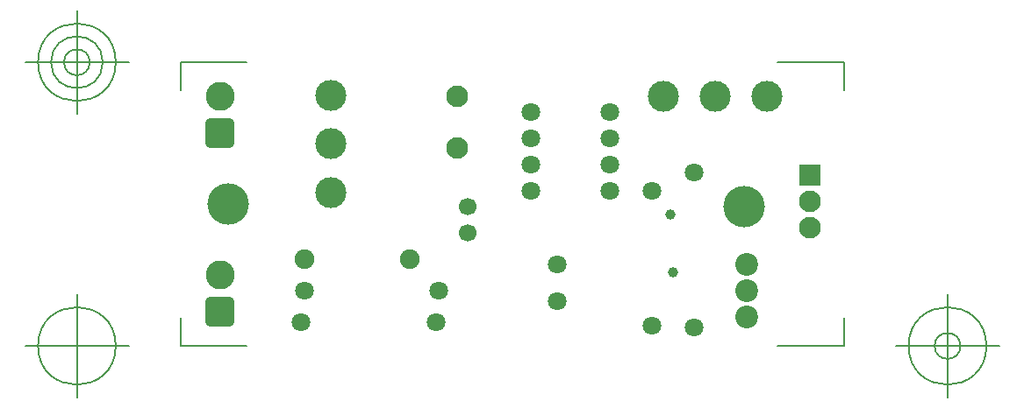
<source format=gbr>
G04 Generated by Ultiboard 14.1 *
%FSLAX34Y34*%
%MOMM*%

%ADD10C,0.0001*%
%ADD11C,0.1270*%
%ADD12C,4.0000*%
%ADD13R,1.8051X1.8051*%
%ADD14C,0.9949*%
%ADD15C,2.8000*%
%ADD16C,1.8000*%
%ADD17C,1.7000*%
%ADD18C,1.9000*%
%ADD19C,3.0000*%
%ADD20C,2.1000*%
%ADD21R,2.1000X2.1000*%
%ADD22C,2.2000*%
%ADD23C,1.0000*%


G04 ColorRGB 9900CC for the following layer *
%LNSolder Mask Bottom*%
%LPD*%
G54D10*
G54D11*
X-2540Y-2540D02*
X-2540Y24892D01*
X-2540Y-2540D02*
X61468Y-2540D01*
X637540Y-2540D02*
X573532Y-2540D01*
X637540Y-2540D02*
X637540Y24892D01*
X637540Y271780D02*
X637540Y244348D01*
X637540Y271780D02*
X573532Y271780D01*
X-2540Y271780D02*
X61468Y271780D01*
X-2540Y271780D02*
X-2540Y244348D01*
X-52540Y-2540D02*
X-152540Y-2540D01*
X-102540Y-52540D02*
X-102540Y47460D01*
X-140040Y-2540D02*
G75*
D01*
G02X-140040Y-2540I37500J0*
G01*
X687540Y-2540D02*
X787540Y-2540D01*
X737540Y-52540D02*
X737540Y47460D01*
X700040Y-2540D02*
G75*
D01*
G02X700040Y-2540I37500J0*
G01*
X725040Y-2540D02*
G75*
D01*
G02X725040Y-2540I12500J0*
G01*
X-52540Y271780D02*
X-152540Y271780D01*
X-102540Y221780D02*
X-102540Y321780D01*
X-140040Y271780D02*
G75*
D01*
G02X-140040Y271780I37500J0*
G01*
X-127540Y271780D02*
G75*
D01*
G02X-127540Y271780I25000J0*
G01*
X-115040Y271780D02*
G75*
D01*
G02X-115040Y271780I12500J0*
G01*
G54D12*
X541020Y132080D03*
X43180Y134620D03*
G54D13*
X35560Y30480D03*
X35560Y203200D03*
G54D14*
X26535Y21455D02*
X44585Y21455D01*
X44585Y39505D01*
X26535Y39505D01*
X26535Y21455D01*D02*
X26535Y194175D02*
X44585Y194175D01*
X44585Y212225D01*
X26535Y212225D01*
X26535Y194175D01*D02*
G54D15*
X35560Y66040D03*
X35560Y238760D03*
G54D16*
X360680Y76200D03*
X360680Y40640D03*
X335280Y147320D03*
X335280Y172720D03*
X411480Y172720D03*
X335280Y198120D03*
X411480Y198120D03*
X335280Y223520D03*
X411480Y223520D03*
X411480Y147320D03*
X452120Y17320D03*
X452120Y147320D03*
X113840Y20320D03*
X243840Y20320D03*
X246840Y50800D03*
X116840Y50800D03*
X492760Y165240D03*
X492760Y15240D03*
G54D17*
X274320Y107080D03*
X274320Y132080D03*
G54D18*
X218440Y81280D03*
X116840Y81280D03*
G54D19*
X142240Y146040D03*
X142240Y240040D03*
X142240Y193040D03*
X463080Y238760D03*
X513080Y238760D03*
X563080Y238760D03*
G54D20*
X604520Y111760D03*
X604520Y137160D03*
X264160Y188760D03*
X264160Y238760D03*
G54D21*
X604520Y162560D03*
G54D22*
X543560Y25400D03*
X543560Y50800D03*
X543560Y76200D03*
G54D23*
X469900Y124460D03*
X472440Y68580D03*

M02*

</source>
